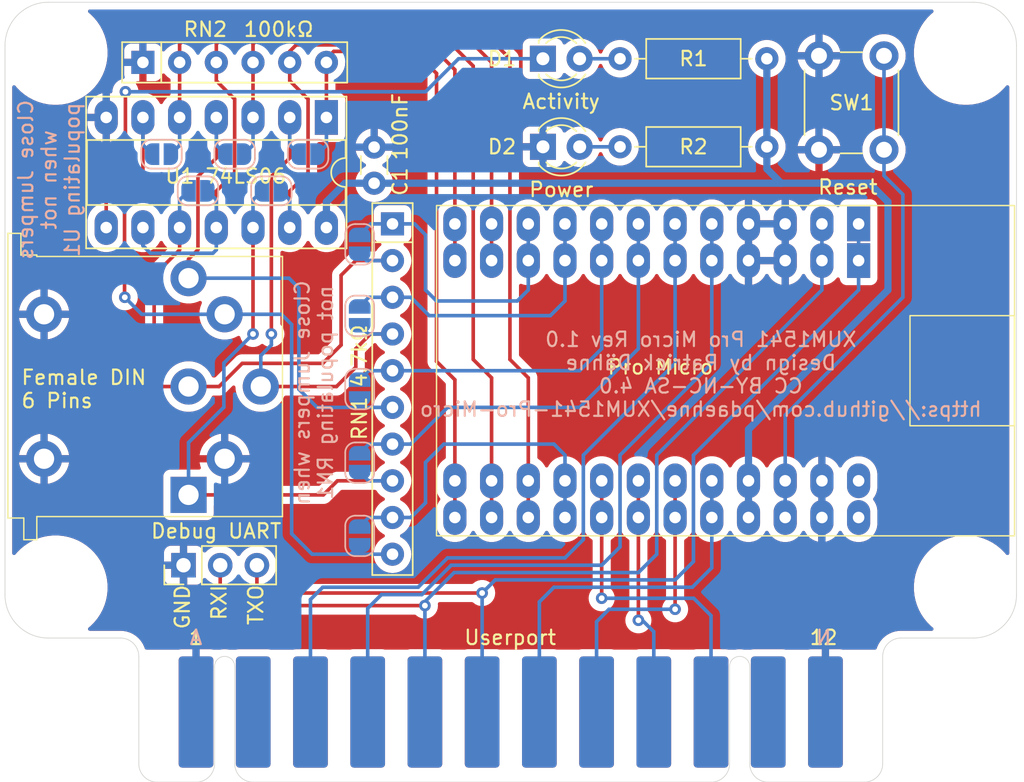
<source format=kicad_pcb>
(kicad_pcb (version 20240108) (generator "pcbnew") (generator_version "8.0")
  (title_block (title "XUM1541 Pro Micro") (date "2024-08-12") (rev "1.0") (company "Patrick Dähne CC BY-NC-SA 4.0"))
  (layers (0 "F.Cu" signal) (31 "B.Cu" signal) (34 "B.Paste" user) (35 "F.Paste" user) (36 "B.SilkS" user "B.Silkscreen") (37 "F.SilkS" user "F.Silkscreen") (38 "B.Mask" user) (39 "F.Mask" user) (44 "Edge.Cuts" user))
  (net 0 "")
  (net 1 "GND")
  (net 2 "VCC")
  (net 3 "/ACT")
  (net 4 "Net-(D1-A)")
  (net 5 "Net-(D2-A)")
  (net 6 "/SRQ")
  (net 7 "/ATN")
  (net 8 "/RESET")
  (net 9 "/DATA")
  (net 10 "/CLK")
  (net 11 "/SRQ_IN")
  (net 12 "/CLK_IN")
  (net 13 "/ATN_IN")
  (net 14 "/RESET_IN")
  (net 15 "/DATA_IN")
  (net 16 "/CLK_OUT")
  (net 17 "/DATA_OUT")
  (net 18 "/ATN_OUT")
  (net 19 "/RESET_OUT")
  (net 20 "/SRQ_OUT")
  (net 21 "/RST")
  (net 22 "/D6")
  (net 23 "/D0")
  (net 24 "/D5")
  (net 25 "/D7")
  (net 26 "/D4")
  (net 27 "/D1")
  (net 29 "/D2")
  (net 30 "/D3")
  (footprint "" (layer "F.Cu") (at 183.372 109.474)
    (property "Reference" "")
    (property "Value" "")
  )
  (footprint "Resistor_THT:R_Array_SIP10" (layer "F.Cu") (at 142.478 83.058 -90)
    (property "Reference" "RN1")
    (property "Value" "4.7kΩ")
  )
  (footprint "" (layer "F.Cu") (at 182.61 74.168)
    (property "Reference" "")
    (property "Value" "")
  )
  (footprint "Resistor_THT:R_Axial_DIN0207_L6.3mm_D2.5mm_P10.16mm_Horizontal" (layer "F.Cu") (at 168.386 77.724 180)
    (property "Reference" "R2")
    (property "Value" "R" (hide yes))
  )
  (footprint "Resistor_THT:R_Axial_DIN0207_L6.3mm_D2.5mm_P10.16mm_Horizontal" (layer "F.Cu") (at 168.386 71.628 180)
    (property "Reference" "R1")
    (property "Value" "R" (hide yes))
  )
  (footprint "Connector_PinHeader_2.54mm:PinHeader_1x03_P2.54mm_Vertical" (layer "F.Cu") (at 128.016 106.68 90)
    (property "Reference" "J3" (hide yes))
    (property "Value" "Debug UART" (hide yes))
  )
  (footprint "Package_DIP:DIP-14_W7.62mm_Socket_LongPads" (layer "F.Cu") (at 137.906 75.692 -90)
    (property "Reference" "U1")
    (property "Value" "74LS06")
  )
  (footprint "LED_THT:LED_D3.0mm" (layer "F.Cu") (at 152.887 71.628)
    (property "Reference" "D1")
    (property "Value" "Activity")
  )
  (footprint "Resistor_THT:R_Array_SIP6" (layer "F.Cu") (at 125.206 71.882)
    (property "Reference" "RN2")
    (property "Value" "100kΩ")
  )
  (footprint "Commodore:C64_Userport_Edge" (layer "F.Cu") (at 128.882 116.84)
    (property "Reference" "J2" (hide yes))
    (property "Value" "C64_Userport" (hide yes))
    (fp_line (start -3.96 -3.15) (end -3.96 3.58) (stroke (width 0.05)) (layer "Edge.Cuts"))
    (fp_line (start -2.69 4.85) (end 0.01 4.85) (stroke (width 0.05)) (layer "Edge.Cuts"))
    (fp_line (start 1.28 -3.15) (end 1.28 3.58) (stroke (width 0.05)) (layer "Edge.Cuts"))
    (fp_line (start 2.68 -3.15) (end 2.68 3.58) (stroke (width 0.05)) (layer "Edge.Cuts"))
    (fp_line (start 3.95 4.85) (end 35.65 4.85) (stroke (width 0.05)) (layer "Edge.Cuts"))
    (fp_line (start 36.92 -3.15) (end 36.92 3.58) (stroke (width 0.05)) (layer "Edge.Cuts"))
    (fp_line (start 38.32 -3.15) (end 38.32 3.58) (stroke (width 0.05)) (layer "Edge.Cuts"))
    (fp_line (start 39.59 4.85) (end 46.25 4.85) (stroke (width 0.05)) (layer "Edge.Cuts"))
    (fp_line (start 47.52 -3.15) (end 47.52 3.58) (stroke (width 0.05)) (layer "Edge.Cuts"))
    (fp_arc (start -2.69 4.85) (mid -3.588026 4.478026) (end -3.96 3.58) (stroke (width 0.05)) (layer "Edge.Cuts"))
    (fp_arc (start 1.28 -3.15) (mid 1.98 -3.85) (end 2.68 -3.15) (stroke (width 0.05)) (layer "Edge.Cuts"))
    (fp_arc (start 1.28 3.58) (mid 0.908026 4.478026) (end 0.01 4.85) (stroke (width 0.05)) (layer "Edge.Cuts"))
    (fp_arc (start 3.95 4.85) (mid 3.051974 4.478026) (end 2.68 3.58) (stroke (width 0.05)) (layer "Edge.Cuts"))
    (fp_arc (start 36.92 -3.15) (mid 37.62 -3.85) (end 38.32 -3.15) (stroke (width 0.05)) (layer "Edge.Cuts"))
    (fp_arc (start 36.92 3.58) (mid 36.548026 4.478026) (end 35.65 4.85) (stroke (width 0.05)) (layer "Edge.Cuts"))
    (fp_arc (start 39.59 4.85) (mid 38.691974 4.478026) (end 38.32 3.58) (stroke (width 0.05)) (layer "Edge.Cuts"))
    (fp_arc (start 47.52 3.58) (mid 47.148026 4.478026) (end 46.25 4.85) (stroke (width 0.05)) (layer "Edge.Cuts"))
  )
  (footprint "Pro_Micro:Pro_Micro" (layer "F.Cu") (at 174.736 83.058 -90)
    (property "Reference" "U2" (hide yes))
    (property "Value" "Pro Micro")
  )
  (footprint "" (layer "F.Cu") (at 120.634 110.236)
    (property "Reference" "")
    (property "Value" "")
  )
  (footprint "LED_THT:LED_D3.0mm" (layer "F.Cu") (at 152.892 77.724)
    (property "Reference" "D2")
    (property "Value" "Power")
  )
  (footprint "Button_Switch_THT:SW_PUSH_6mm" (layer "F.Cu") (at 171.994 77.926 90)
    (property "Reference" "SW1")
    (property "Value" "Reset")
  )
  (footprint "" (layer "F.Cu") (at 119.618 72.136)
    (property "Reference" "")
    (property "Value" "")
  )
  (footprint "Capacitor_THT:C_Disc_D3.0mm_W1.6mm_P2.50mm" (layer "F.Cu") (at 141.208 80.244 90)
    (property "Reference" "C1")
    (property "Value" "100nF")
  )
  (footprint "DIN:DIN-6" (layer "F.Cu") (at 128.364 101.814 -90)
    (property "Reference" "J1" (hide yes))
    (property "Value" "DIN-6" (hide yes))
  )
  (footprint "Jumper:SolderJumper-2_P1.3mm_Open_RoundedPad1.0x1.5mm" (layer "B.Cu") (at 129.017 80.772 180)
    (property "Reference" "JP9" (hide yes))
    (property "Value" "SolderJumper_2_Open" (hide yes))
  )
  (footprint "Jumper:SolderJumper-2_P1.3mm_Open_RoundedPad1.0x1.5mm" (layer "B.Cu") (at 131.557 78.232 180)
    (property "Reference" "JP7" (hide yes))
    (property "Value" "SolderJumper_2_Open" (hide yes))
  )
  (footprint "Jumper:SolderJumper-2_P1.3mm_Open_RoundedPad1.0x1.5mm" (layer "B.Cu") (at 140.208 99.583 -90)
    (property "Reference" "JP4" (hide yes))
    (property "Value" "SolderJumper_2_Open" (hide yes))
  )
  (footprint "Jumper:SolderJumper-2_P1.3mm_Open_RoundedPad1.0x1.5mm" (layer "B.Cu") (at 140.208 94.488 -90)
    (property "Reference" "JP3" (hide yes))
    (property "Value" "SolderJumper_2_Open" (hide yes))
  )
  (footprint "Jumper:SolderJumper-2_P1.3mm_Open_RoundedPad1.0x1.5mm" (layer "B.Cu") (at 140.208 104.65 -90)
    (property "Reference" "JP5" (hide yes))
    (property "Value" "SolderJumper_2_Open" (hide yes))
  )
  (footprint "Jumper:SolderJumper-2_P1.3mm_Open_RoundedPad1.0x1.5mm" (layer "B.Cu") (at 136.637 78.232 180)
    (property "Reference" "JP6" (hide yes))
    (property "Value" "SolderJumper_2_Open" (hide yes))
  )
  (footprint "Jumper:SolderJumper-2_P1.3mm_Open_RoundedPad1.0x1.5mm" (layer "B.Cu") (at 126.492 78.232 180)
    (property "Reference" "JP8" (hide yes))
    (property "Value" "SolderJumper_2_Open" (hide yes))
  )
  (footprint "Jumper:SolderJumper-2_P1.3mm_Open_RoundedPad1.0x1.5mm" (layer "B.Cu") (at 140.208 84.47 -90)
    (property "Reference" "JP1" (hide yes))
    (property "Value" "SolderJumper_2_Open" (hide yes))
  )
  (footprint "Jumper:SolderJumper-2_P1.3mm_Open_RoundedPad1.0x1.5mm" (layer "B.Cu") (at 140.208 89.423 -90)
    (property "Reference" "JP2" (hide yes))
    (property "Value" "SolderJumper_2_Open" (hide yes))
  )
  (footprint "Jumper:SolderJumper-2_P1.3mm_Open_RoundedPad1.0x1.5mm" (layer "B.Cu") (at 134.097 80.772 180)
    (property "Reference" "JP10" (hide yes))
    (property "Value" "SolderJumper_2_Open" (hide yes))
  )
  (gr_arc (start 118.662 111.72) (mid 116.54068 110.84132) (end 115.662 108.72) (stroke (width 0.05)) (layer "Edge.Cuts"))
  (gr_arc (start 182.662 67.72) (mid 184.78332 68.59868) (end 185.662 70.72) (stroke (width 0.05)) (layer "Edge.Cuts"))
  (gr_arc (start 115.662 70.72) (mid 116.54068 68.59868) (end 118.662 67.72) (stroke (width 0.05)) (layer "Edge.Cuts"))
  (gr_arc (start 123.652 111.72) (mid 124.550026 112.091974) (end 124.922 112.99) (stroke (width 0.05)) (layer "Edge.Cuts"))
  (gr_arc (start 185.662 108.72) (mid 184.78332 110.84132) (end 182.662 111.72) (stroke (width 0.05)) (layer "Edge.Cuts"))
  (gr_line (start 176.402 113.69) (end 176.402 112.99) (stroke (width 0.05)) (layer "Edge.Cuts"))
  (gr_line (start 182.662 67.72) (end 118.662 67.72) (stroke (width 0.05)) (layer "Edge.Cuts"))
  (gr_arc (start 176.402 112.99) (mid 176.773974 112.091974) (end 177.672 111.72) (stroke (width 0.05)) (layer "Edge.Cuts"))
  (gr_line (start 124.922 113.69) (end 124.922 112.99) (stroke (width 0.05)) (layer "Edge.Cuts"))
  (gr_line (start 118.662 111.72) (end 123.652 111.72) (stroke (width 0.05)) (layer "Edge.Cuts"))
  (gr_line (start 185.662 70.72) (end 185.662 108.72) (stroke (width 0.05)) (layer "Edge.Cuts"))
  (gr_line (start 177.672 111.72) (end 182.662 111.72) (stroke (width 0.05)) (layer "Edge.Cuts"))
  (gr_line (start 115.662 108.72) (end 115.662 70.72) (stroke (width 0.05)) (layer "Edge.Cuts"))
  (gr_text "Close Jumpers when\nnot populating RN1" (at 138.43 94.742 90) (layer "B.SilkS") (effects (font (size 1 1)) (justify bottom mirror)))
  (gr_text "XUM1541 Pro Micro Rev 1.0\nDesign by Patrick Dähne\nCC BY-NC-SA 4.0\nhttps://github.com/pdaehne/XUM1541-Pro-Micro" (at 163.814 93.472 0) (layer "B.SilkS") (effects (font (size 1 1)) (justify mirror)))
  (gr_text "Close Jumpers\nwhen not\npopulating U1" (at 120.904 80.01 90) (layer "B.SilkS") (effects (font (size 1 1)) (justify bottom mirror)))
  (gr_text "TXO" (at 133.604 107.95 90) (layer "F.SilkS") (effects (font (size 1 1)) (justify right bottom)))
  (gr_text "Female DIN\n6 Pins" (at 116.713 94.488 0) (layer "F.SilkS") (effects (font (size 1 1)) (justify left)))
  (gr_text "Userport" (at 150.622 112.268 0) (layer "F.SilkS") (effects (font (size 1 1)) (justify bottom)))
  (gr_text "RXI" (at 131.064 107.95 90) (layer "F.SilkS") (effects (font (size 1 1)) (justify right bottom)))
  (gr_text "GND" (at 128.524 107.95 90) (layer "F.SilkS") (effects (font (size 1 1)) (justify right bottom)))
  (gr_text "Debug UART" (at 134.874 104.902 0) (layer "F.SilkS") (effects (font (size 1 1)) (justify right bottom)))
  (segment (start 172.196 109.458) (end 172.442 109.704) (width 0.5) (layer "F.Cu") (net 1))
  (segment (start 172.196 104.14) (end 172.172 104.164) (width 0.5) (layer "F.Cu") (net 1))
  (segment (start 172.172 103.402) (end 172.196 103.378) (width 0.5) (layer "F.Cu") (net 1))
  (segment (start 128.016 109.474) (end 128.016 106.68) (width 0.5) (layer "F.Cu") (net 1))
  (segment (start 172.442 109.704) (end 172.442 116.84) (width 0.5) (layer "F.Cu") (net 1))
  (segment (start 128.882 116.84) (end 128.882 110.34) (width 0.5) (layer "F.Cu") (net 1))
  (segment (start 128.882 110.34) (end 128.016 109.474) (width 0.5) (layer "F.Cu") (net 1))
  (segment (start 172.196 103.378) (end 172.196 104.14) (width 0.5) (layer "F.Cu") (net 1))
  (segment (start 172.196 103.378) (end 172.196 103.632) (width 0.5) (layer "F.Cu") (net 1))
  (segment (start 172.196 103.632) (end 172.172 103.656) (width 0.5) (layer "F.Cu") (net 1))
  (segment (start 172.196 103.378) (end 172.196 109.458) (width 0.5) (layer "F.Cu") (net 1))
  (segment (start 128.882 116.84) (end 128.882 110.34) (width 0.5) (layer "B.Cu") (net 1))
  (segment (start 128.882 110.34) (end 128.016 109.474) (width 0.5) (layer "B.Cu") (net 1))
  (segment (start 172.196 109.458) (end 172.442 109.704) (width 0.5) (layer "B.Cu") (net 1))
  (segment (start 128.016 109.474) (end 128.016 106.68) (width 0.5) (layer "B.Cu") (net 1))
  (segment (start 172.442 109.704) (end 172.442 116.84) (width 0.5) (layer "B.Cu") (net 1))
  (segment (start 172.196 103.378) (end 172.196 109.458) (width 0.5) (layer "B.Cu") (net 1))
  (segment (start 167.116 82.042) (end 167.116 83.058) (width 0.5) (layer "B.Cu") (net 1))
  (segment (start 172.172 103.402) (end 172.196 103.378) (width 0.5) (layer "B.Cu") (net 1))
  (segment (start 176.768 87.63) (end 167.116 97.282) (width 0.5) (layer "B.Cu") (net 2))
  (segment (start 168.386 77.724) (end 168.386 79.248) (width 0.5) (layer "B.Cu") (net 2))
  (segment (start 137.906 81.534) (end 137.906 83.312) (width 0.5) (layer "B.Cu") (net 2))
  (segment (start 176.768 81.534) (end 175.478 80.244) (width 0.5) (layer "B.Cu") (net 2))
  (segment (start 167.116 100.838) (end 167.116 103.378) (width 0.5) (layer "B.Cu") (net 2))
  (segment (start 167.116 97.282) (end 167.116 100.838) (width 0.5) (layer "B.Cu") (net 2))
  (segment (start 141.208 80.244) (end 139.196 80.244) (width 0.5) (layer "B.Cu") (net 2))
  (segment (start 168.386 79.248) (end 169.382 80.244) (width 0.5) (layer "B.Cu") (net 2))
  (segment (start 169.382 80.244) (end 141.208 80.244) (width 0.5) (layer "B.Cu") (net 2))
  (segment (start 176.768 81.534) (end 176.768 87.63) (width 0.5) (layer "B.Cu") (net 2))
  (segment (start 168.386 71.628) (end 168.386 77.724) (width 0.5) (layer "B.Cu") (net 2))
  (segment (start 175.478 80.244) (end 169.382 80.244) (width 0.5) (layer "B.Cu") (net 2))
  (segment (start 139.196 80.244) (end 137.906 81.534) (width 0.5) (layer "B.Cu") (net 2))
  (segment (start 122.666 79.772) (end 122.666 83.312) (width 0.25) (layer "F.Cu") (net 3))
  (segment (start 123.996 73.914) (end 123.996 78.442) (width 0.25) (layer "F.Cu") (net 3))
  (segment (start 123.996 78.442) (end 122.666 79.772) (width 0.25) (layer "F.Cu") (net 3))
  (via (at 123.996 73.914) (size 0.8) (drill 0.4) (layers "F.Cu" "B.Cu") (net 3))
  (segment (start 123.996 73.914) (end 144.764 73.914) (width 0.25) (layer "B.Cu") (net 3))
  (segment (start 144.764 73.914) (end 147.05 71.628) (width 0.25) (layer "B.Cu") (net 3))
  (segment (start 147.05 71.628) (end 152.887 71.628) (width 0.25) (layer "B.Cu") (net 3))
  (segment (start 155.427 71.628) (end 158.226 71.628) (width 0.25) (layer "B.Cu") (net 4))
  (segment (start 155.432 77.724) (end 158.226 77.724) (width 0.25) (layer "B.Cu") (net 5))
  (segment (start 142.478 100.838) (end 138.668 100.838) (width 0.25) (layer "F.Cu") (net 6))
  (segment (start 132.826 83.312) (end 132.826 90.678) (width 0.25) (layer "F.Cu") (net 6))
  (segment (start 132.831 90.673) (end 132.826 90.678) (width 0.25) (layer "F.Cu") (net 6))
  (segment (start 138.668 100.838) (end 137.692 101.814) (width 0.25) (layer "F.Cu") (net 6))
  (segment (start 137.692 101.814) (end 128.364 101.814) (width 0.25) (layer "F.Cu") (net 6))
  (via (at 132.826 90.678) (size 0.8) (drill 0.4) (layers "F.Cu" "B.Cu") (net 6))
  (segment (start 128.364 98.188) (end 128.364 101.814) (width 0.25) (layer "B.Cu") (net 6))
  (segment (start 132.826 81.393) (end 133.447 80.772) (width 0.25) (layer "B.Cu") (net 6))
  (segment (start 140.813 100.838) (end 140.208 100.233) (width 0.25) (layer "B.Cu") (net 6))
  (segment (start 132.826 90.678) (end 130.81 92.694) (width 0.25) (layer "B.Cu") (net 6))
  (segment (start 130.81 95.742) (end 128.364 98.188) (width 0.25) (layer "B.Cu") (net 6))
  (segment (start 132.826 83.312) (end 132.826 81.393) (width 0.25) (layer "B.Cu") (net 6))
  (segment (start 130.81 92.694) (end 130.81 95.742) (width 0.25) (layer "B.Cu") (net 6))
  (segment (start 142.478 100.838) (end 140.813 100.838) (width 0.25) (layer "B.Cu") (net 6))
  (segment (start 126.572 94.314) (end 128.364 94.314) (width 0.25) (layer "F.Cu") (net 7))
  (segment (start 127.746 84.852) (end 125.984 86.614) (width 0.25) (layer "F.Cu") (net 7))
  (segment (start 132.08 92.71) (end 137.652 92.71) (width 0.25) (layer "F.Cu") (net 7))
  (segment (start 138.922 91.44) (end 138.922 86.614) (width 0.25) (layer "F.Cu") (net 7))
  (segment (start 128.364 94.314) (end 130.476 94.314) (width 0.25) (layer "F.Cu") (net 7))
  (segment (start 127.746 83.312) (end 127.746 84.852) (width 0.25) (layer "F.Cu") (net 7))
  (segment (start 130.476 94.314) (end 132.08 92.71) (width 0.25) (layer "F.Cu") (net 7))
  (segment (start 138.922 86.614) (end 139.938 85.598) (width 0.25) (layer "F.Cu") (net 7))
  (segment (start 125.984 93.726) (end 126.572 94.314) (width 0.25) (layer "F.Cu") (net 7))
  (segment (start 139.938 85.598) (end 142.478 85.598) (width 0.25) (layer "F.Cu") (net 7))
  (segment (start 137.652 92.71) (end 138.922 91.44) (width 0.25) (layer "F.Cu") (net 7))
  (segment (start 125.984 86.614) (end 125.984 93.726) (width 0.25) (layer "F.Cu") (net 7))
  (segment (start 142.478 85.598) (end 140.686 85.598) (width 0.25) (layer "B.Cu") (net 7))
  (segment (start 140.686 85.598) (end 140.208 85.12) (width 0.25) (layer "B.Cu") (net 7))
  (segment (start 127.746 81.393) (end 128.367 80.772) (width 0.25) (layer "B.Cu") (net 7))
  (segment (start 127.746 83.312) (end 127.746 81.393) (width 0.25) (layer "B.Cu") (net 7))
  (segment (start 134.096 79.772) (end 134.096 90.678) (width 0.25) (layer "F.Cu") (net 8))
  (segment (start 138.604 94.314) (end 139.938 92.98) (width 0.25) (layer "F.Cu") (net 8))
  (segment (start 139.938 91.694) (end 140.954 90.678) (width 0.25) (layer "F.Cu") (net 8))
  (segment (start 135.366 78.502) (end 134.096 79.772) (width 0.25) (layer "F.Cu") (net 8))
  (segment (start 135.366 75.692) (end 135.366 78.502) (width 0.25) (layer "F.Cu") (net 8))
  (segment (start 139.938 92.98) (end 139.938 91.694) (width 0.25) (layer "F.Cu") (net 8))
  (segment (start 140.954 90.678) (end 142.478 90.678) (width 0.25) (layer "F.Cu") (net 8))
  (segment (start 133.364 94.314) (end 138.604 94.314) (width 0.25) (layer "F.Cu") (net 8))
  (via (at 134.096 90.678) (size 0.8) (drill 0.4) (layers "F.Cu" "B.Cu") (net 8))
  (segment (start 133.364 94.314) (end 133.364 92.172) (width 0.25) (layer "B.Cu") (net 8))
  (segment (start 135.366 75.692) (end 135.366 77.611) (width 0.25) (layer "B.Cu") (net 8))
  (segment (start 135.366 77.611) (end 135.987 78.232) (width 0.25) (layer "B.Cu") (net 8))
  (segment (start 134.096 90.678) (end 134.096 91.44) (width 0.25) (layer "B.Cu") (net 8))
  (segment (start 133.364 92.172) (end 134.096 91.44) (width 0.25) (layer "B.Cu") (net 8))
  (segment (start 140.813 90.678) (end 140.208 90.073) (width 0.25) (layer "B.Cu") (net 8))
  (segment (start 142.478 90.678) (end 140.813 90.678) (width 0.25) (layer "B.Cu") (net 8))
  (segment (start 129.016 79.772) (end 129.016 84.844) (width 0.25) (layer "F.Cu") (net 9))
  (segment (start 128.364 85.496) (end 128.364 86.814) (width 0.25) (layer "F.Cu") (net 9))
  (segment (start 130.286 78.502) (end 129.016 79.772) (width 0.25) (layer "F.Cu") (net 9))
  (segment (start 129.016 84.844) (end 128.364 85.496) (width 0.25) (layer "F.Cu") (net 9))
  (segment (start 130.286 75.692) (end 130.286 78.502) (width 0.25) (layer "F.Cu") (net 9))
  (segment (start 128.364 86.814) (end 135.314 86.814) (width 0.25) (layer "B.Cu") (net 9))
  (segment (start 136 87.5) (end 136 94.5) (width 0.25) (layer "B.Cu") (net 9))
  (segment (start 130.286 75.692) (end 130.286 77.611) (width 0.25) (layer "B.Cu") (net 9))
  (segment (start 130.286 77.611) (end 130.907 78.232) (width 0.25) (layer "B.Cu") (net 9))
  (segment (start 140 95) (end 140 95.258) (width 0.25) (layer "B.Cu") (net 9))
  (segment (start 136 94.5) (end 137.258 95.758) (width 0.25) (layer "B.Cu") (net 9))
  (segment (start 135.314 86.814) (end 136 87.5) (width 0.25) (layer "B.Cu") (net 9))
  (segment (start 142.478 95.758) (end 137.258 95.758) (width 0.25) (layer "B.Cu") (net 9))
  (segment (start 123.936 88.122) (end 123.952 88.138) (width 0.25) (layer "F.Cu") (net 10))
  (segment (start 123.936 80.788) (end 123.936 88.122) (width 0.25) (layer "F.Cu") (net 10))
  (segment (start 125.206 79.518) (end 123.936 80.788) (width 0.25) (layer "F.Cu") (net 10))
  (segment (start 125.206 75.692) (end 125.206 79.518) (width 0.25) (layer "F.Cu") (net 10))
  (via (at 123.952 88.138) (size 0.8) (drill 0.4) (layers "F.Cu" "B.Cu") (net 10))
  (segment (start 142.478 105.918) (end 139.59 105.918) (width 0.25) (layer "B.Cu") (net 10))
  (segment (start 125.206 75.692) (end 125.206 77.596) (width 0.25) (layer "B.Cu") (net 10))
  (segment (start 130.864 89.314) (end 134.793 89.314) (width 0.25) (layer "B.Cu") (net 10))
  (segment (start 134.793 89.314) (end 135.5 90.021) (width 0.25) (layer "B.Cu") (net 10))
  (segment (start 136.918 105.918) (end 139.573 105.918) (width 0.25) (layer "B.Cu") (net 10))
  (segment (start 139.59 105.918) (end 139.573 105.918) (width 0.25) (layer "B.Cu") (net 10))
  (segment (start 140.208 105.3) (end 139.59 105.918) (width 0.25) (layer "B.Cu") (net 10))
  (segment (start 125.206 77.596) (end 125.842 78.232) (width 0.25) (layer "B.Cu") (net 10))
  (segment (start 135.5 90.021) (end 135.5 104.5) (width 0.25) (layer "B.Cu") (net 10))
  (segment (start 123.952 88.138) (end 125.128 89.314) (width 0.25) (layer "B.Cu") (net 10))
  (segment (start 125.128 89.314) (end 130.864 89.314) (width 0.25) (layer "B.Cu") (net 10))
  (segment (start 135.5 104.5) (end 136.918 105.918) (width 0.25) (layer "B.Cu") (net 10))
  (segment (start 143.748 98.298) (end 146.288 95.758) (width 0.25) (layer "B.Cu") (net 11))
  (segment (start 142.478 98.298) (end 143.748 98.298) (width 0.25) (layer "B.Cu") (net 11))
  (segment (start 140.843 98.298) (end 140.208 98.933) (width 0.25) (layer "B.Cu") (net 11))
  (segment (start 146.288 95.758) (end 155.432 95.758) (width 0.25) (layer "B.Cu") (net 11))
  (segment (start 142.478 98.298) (end 140.843 98.298) (width 0.25) (layer "B.Cu") (net 11))
  (segment (start 159.496 83.058) (end 159.496 85.598) (width 0.25) (layer "B.Cu") (net 11))
  (segment (start 155.432 95.758) (end 159.496 91.694) (width 0.25) (layer "B.Cu") (net 11))
  (segment (start 159.496 91.694) (end 159.496 85.598) (width 0.25) (layer "B.Cu") (net 11))
  (segment (start 154.162 101.6) (end 154.162 99.822) (width 0.25) (layer "B.Cu") (net 12))
  (segment (start 146.034 98.298) (end 153.654 98.298) (width 0.25) (layer "B.Cu") (net 12))
  (segment (start 143.748 103.378) (end 144.764 102.362) (width 0.25) (layer "B.Cu") (net 12))
  (segment (start 153.654 98.298) (end 154.416 99.06) (width 0.25) (layer "B.Cu") (net 12))
  (segment (start 140.83 103.378) (end 140.208 104) (width 0.25) (layer "B.Cu") (net 12))
  (segment (start 142.478 103.378) (end 143.748 103.378) (width 0.25) (layer "B.Cu") (net 12))
  (segment (start 154.416 99.06) (end 154.416 100.838) (width 0.25) (layer "B.Cu") (net 12))
  (segment (start 154.416 100.838) (end 154.416 103.378) (width 0.25) (layer "B.Cu") (net 12))
  (segment (start 144.764 102.362) (end 144.764 99.568) (width 0.25) (layer "B.Cu") (net 12))
  (segment (start 142.478 103.378) (end 140.83 103.378) (width 0.25) (layer "B.Cu") (net 12))
  (segment (start 144.764 99.568) (end 146.034 98.298) (width 0.25) (layer "B.Cu") (net 12))
  (segment (start 140.97 83.058) (end 140.208 83.82) (width 0.25) (layer "B.Cu") (net 13))
  (segment (start 142.478 83.058) (end 144.002 83.058) (width 0.25) (layer "B.Cu") (net 13))
  (segment (start 142.478 83.058) (end 140.97 83.058) (width 0.25) (layer "B.Cu") (net 13))
  (segment (start 151.114 88.392) (end 151.876 87.63) (width 0.25) (layer "B.Cu") (net 13))
  (segment (start 145.526 88.392) (end 151.114 88.392) (width 0.25) (layer "B.Cu") (net 13))
  (segment (start 151.876 83.058) (end 151.876 85.598) (width 0.25) (layer "B.Cu") (net 13))
  (segment (start 144.764 83.82) (end 144.764 87.63) (width 0.25) (layer "B.Cu") (net 13))
  (segment (start 144.764 87.63) (end 145.526 88.392) (width 0.25) (layer "B.Cu") (net 13))
  (segment (start 151.876 87.63) (end 151.876 85.598) (width 0.25) (layer "B.Cu") (net 13))
  (segment (start 144.002 83.058) (end 144.764 83.82) (width 0.25) (layer "B.Cu") (net 13))
  (segment (start 145.018 89.408) (end 153.4 89.408) (width 0.25) (layer "B.Cu") (net 14))
  (segment (start 140.843 88.138) (end 140.208 88.773) (width 0.25) (layer "B.Cu") (net 14))
  (segment (start 153.4 89.408) (end 154.416 88.392) (width 0.25) (layer "B.Cu") (net 14))
  (segment (start 143.748 88.138) (end 145.018 89.408) (width 0.25) (layer "B.Cu") (net 14))
  (segment (start 142.478 88.138) (end 140.843 88.138) (width 0.25) (layer "B.Cu") (net 14))
  (segment (start 154.416 83.058) (end 154.416 85.598) (width 0.25) (layer "B.Cu") (net 14))
  (segment (start 154.416 88.392) (end 154.416 85.598) (width 0.25) (layer "B.Cu") (net 14))
  (segment (start 142.478 88.138) (end 143.748 88.138) (width 0.25) (layer "B.Cu") (net 14))
  (segment (start 156.956 91.694) (end 156.956 85.598) (width 0.25) (layer "B.Cu") (net 15))
  (segment (start 140.828 93.218) (end 142.478 93.218) (width 0.25) (layer "B.Cu") (net 15))
  (segment (start 156.956 83.058) (end 156.956 85.598) (width 0.25) (layer "B.Cu") (net 15))
  (segment (start 142.478 93.218) (end 155.432 93.218) (width 0.25) (layer "B.Cu") (net 15))
  (segment (start 155.432 93.218) (end 156.956 91.694) (width 0.25) (layer "B.Cu") (net 15))
  (segment (start 140.208 93.838) (end 140.828 93.218) (width 0.25) (layer "B.Cu") (net 15))
  (segment (start 150.606 71.628) (end 150.606 92.44) (width 0.25) (layer "F.Cu") (net 16))
  (segment (start 127.746 75.692) (end 127.746 71.882) (width 0.25) (layer "F.Cu") (net 16))
  (segment (start 127.746 70.612) (end 129.038 69.32) (width 0.25) (layer "F.Cu") (net 16))
  (segment (start 127.746 71.882) (end 127.746 70.612) (width 0.25) (layer "F.Cu") (net 16))
  (segment (start 151.876 93.71) (end 151.876 100.838) (width 0.25) (layer "F.Cu") (net 16))
  (segment (start 129.038 69.32) (end 148.298 69.32) (width 0.25) (layer "F.Cu") (net 16))
  (segment (start 148.298 69.32) (end 150.606 71.628) (width 0.25) (layer "F.Cu") (net 16))
  (segment (start 150.606 92.44) (end 151.876 93.71) (width 0.25) (layer "F.Cu") (net 16))
  (segment (start 151.876 100.838) (end 151.876 103.378) (width 0.25) (layer "F.Cu") (net 16))
  (segment (start 127.746 77.628) (end 127.142 78.232) (width 0.25) (layer "B.Cu") (net 16))
  (segment (start 127.746 75.692) (end 127.746 77.628) (width 0.25) (layer "B.Cu") (net 16))
  (segment (start 132.826 71.882) (end 132.826 70.612) (width 0.25) (layer "F.Cu") (net 17))
  (segment (start 132.826 75.692) (end 132.826 71.882) (width 0.25) (layer "F.Cu") (net 17))
  (segment (start 149.336 100.838) (end 149.336 103.378) (width 0.25) (layer "F.Cu") (net 17))
  (segment (start 132.826 70.612) (end 133.218 70.22) (width 0.25) (layer "F.Cu") (net 17))
  (segment (start 133.218 70.22) (end 146.15 70.22) (width 0.25) (layer "F.Cu") (net 17))
  (segment (start 148.066 72.136) (end 148.066 92.44) (width 0.25) (layer "F.Cu") (net 17))
  (segment (start 149.336 93.71) (end 149.336 100.838) (width 0.25) (layer "F.Cu") (net 17))
  (segment (start 146.15 70.22) (end 148.066 72.136) (width 0.25) (layer "F.Cu") (net 17))
  (segment (start 148.066 92.44) (end 149.336 93.71) (width 0.25) (layer "F.Cu") (net 17))
  (segment (start 132.826 75.692) (end 132.826 77.613) (width 0.25) (layer "B.Cu") (net 17))
  (segment (start 132.826 77.613) (end 132.207 78.232) (width 0.25) (layer "B.Cu") (net 17))
  (segment (start 149.04 86.38) (end 149.082 86.422) (width 0.25) (layer "F.Cu") (net 18))
  (segment (start 130.286 70.612) (end 130.286 71.882) (width 0.25) (layer "F.Cu") (net 18))
  (segment (start 131.556 74.422) (end 131.556 79.518) (width 0.25) (layer "F.Cu") (net 18))
  (segment (start 130.286 71.882) (end 130.286 73.152) (width 0.25) (layer "F.Cu") (net 18))
  (segment (start 130.286 80.788) (end 130.286 83.312) (width 0.25) (layer "F.Cu") (net 18))
  (segment (start 131.556 79.518) (end 130.286 80.788) (width 0.25) (layer "F.Cu") (net 18))
  (segment (start 149.336 85.598) (end 149.336 83.058) (width 0.25) (layer "F.Cu") (net 18))
  (segment (start 147.224 69.77) (end 131.128 69.77) (width 0.25) (layer "F.Cu") (net 18))
  (segment (start 149.336 71.882) (end 147.224 69.77) (width 0.25) (layer "F.Cu") (net 18))
  (segment (start 130.286 73.152) (end 131.556 74.422) (width 0.25) (layer "F.Cu") (net 18))
  (segment (start 149.336 83.058) (end 149.336 71.882) (width 0.25) (layer "F.Cu") (net 18))
  (segment (start 131.128 69.77) (end 130.286 70.612) (width 0.25) (layer "F.Cu") (net 18))
  (segment (start 130.286 83.312) (end 130.286 84.852) (width 0.25) (layer "B.Cu") (net 18))
  (segment (start 130.286 84.852) (end 130.048 85.09) (width 0.25) (layer "B.Cu") (net 18))
  (segment (start 130.286 81.391) (end 129.667 80.772) (width 0.25) (layer "B.Cu") (net 18))
  (segment (start 130.286 82.052) (end 130.291 82.047) (width 0.25) (layer "B.Cu") (net 18))
  (segment (start 130.286 83.312) (end 130.286 81.391) (width 0.25) (layer "B.Cu") (net 18))
  (segment (start 130.048 85.09) (end 125.73 85.09) (width 0.25) (layer "B.Cu") (net 18))
  (segment (start 125.73 85.09) (end 125.206 84.566) (width 0.25) (layer "B.Cu") (net 18))
  (segment (start 125.206 84.566) (end 125.206 83.312) (width 0.25) (layer "B.Cu") (net 18))
  (segment (start 138.414 71.12) (end 144.002 71.12) (width 0.25) (layer "F.Cu") (net 19))
  (segment (start 145.526 72.644) (end 145.526 92.575) (width 0.25) (layer "F.Cu") (net 19))
  (segment (start 146.796 93.845) (end 146.796 100.838) (width 0.25) (layer "F.Cu") (net 19))
  (segment (start 146.796 100.838) (end 146.796 103.378) (width 0.25) (layer "F.Cu") (net 19))
  (segment (start 145.526 92.575) (end 146.796 93.845) (width 0.25) (layer "F.Cu") (net 19))
  (segment (start 137.906 71.628) (end 138.414 71.12) (width 0.25) (layer "F.Cu") (net 19))
  (segment (start 144.002 71.12) (end 145.526 72.644) (width 0.25) (layer "F.Cu") (net 19))
  (segment (start 137.906 71.882) (end 137.906 75.692) (width 0.25) (layer "F.Cu") (net 19))
  (segment (start 137.906 77.613) (end 137.287 78.232) (width 0.25) (layer "B.Cu") (net 19))
  (segment (start 137.906 75.692) (end 137.906 77.613) (width 0.25) (layer "B.Cu") (net 19))
  (segment (start 135.366 71.882) (end 135.366 73.152) (width 0.25) (layer "F.Cu") (net 20))
  (segment (start 135.366 80.788) (end 135.366 83.312) (width 0.25) (layer "F.Cu") (net 20))
  (segment (start 135.366 71.12) (end 135.366 71.882) (width 0.25) (layer "F.Cu") (net 20))
  (segment (start 135.816 70.67) (end 135.366 71.12) (width 0.25) (layer "F.Cu") (net 20))
  (segment (start 146.796 72.39) (end 145.076 70.67) (width 0.25) (layer "F.Cu") (net 20))
  (segment (start 146.796 85.598) (end 146.796 83.058) (width 0.25) (layer "F.Cu") (net 20))
  (segment (start 135.366 73.152) (end 136.636 74.422) (width 0.25) (layer "F.Cu") (net 20))
  (segment (start 146.796 83.058) (end 146.796 72.39) (width 0.25) (layer "F.Cu") (net 20))
  (segment (start 145.076 70.67) (end 135.816 70.67) (width 0.25) (layer "F.Cu") (net 20))
  (segment (start 136.636 74.422) (end 136.636 79.518) (width 0.25) (layer "F.Cu") (net 20))
  (segment (start 136.636 79.518) (end 135.366 80.788) (width 0.25) (layer "F.Cu") (net 20))
  (segment (start 135.366 83.312) (end 135.366 81.391) (width 0.25) (layer "B.Cu") (net 20))
  (segment (start 135.366 81.391) (end 134.747 80.772) (width 0.25) (layer "B.Cu") (net 20))
  (segment (start 177.8 81.026) (end 177.8 88.138) (width 0.25) (layer "B.Cu") (net 21))
  (segment (start 177.8 88.138) (end 169.656 96.282) (width 0.25) (layer "B.Cu") (net 21))
  (segment (start 176.494 77.926) (end 176.494 79.72) (width 0.25) (layer "B.Cu") (net 21))
  (segment (start 169.656 96.282) (end 169.656 100.838) (width 0.25) (layer "B.Cu") (net 21))
  (segment (start 176.494 79.72) (end 177.8 81.026) (width 0.25) (layer "B.Cu") (net 21))
  (segment (start 169.656 100.838) (end 169.656 103.378) (width 0.25) (layer "B.Cu") (net 21))
  (segment (start 169.402 101.6) (end 169.402 99.822) (width 0.25) (layer "B.Cu") (net 21))
  (segment (start 176.494 71.426) (end 176.494 77.926) (width 0.25) (layer "B.Cu") (net 21))
  (segment (start 159.496 100.838) (end 159.496 103.378) (width 0.25) (layer "F.Cu") (net 22))
  (segment (start 159.496 103.378) (end 159.496 110.49) (width 0.25) (layer "F.Cu") (net 22))
  (via (at 159.496 110.49) (size 0.8) (drill 0.4) (layers "F.Cu" "B.Cu") (net 22))
  (segment (start 160.562 111.286) (end 159.766 110.49) (width 0.25) (layer "B.Cu") (net 22))
  (segment (start 159.766 110.49) (end 159.496 110.49) (width 0.25) (layer "B.Cu") (net 22))
  (segment (start 160.562 111.286) (end 160.562 116.84) (width 0.25) (layer "B.Cu") (net 22))
  (segment (start 162.036 92.71) (end 162.036 85.598) (width 0.25) (layer "B.Cu") (net 23))
  (segment (start 136.802 116.84) (end 136.802 109.054) (width 0.25) (layer "B.Cu") (net 23))
  (segment (start 144.256 108.204) (end 146.288 106.172) (width 0.25) (layer "B.Cu") (net 23))
  (segment (start 154.416 106.172) (end 155.686 104.902) (width 0.25) (layer "B.Cu") (net 23))
  (segment (start 137.652 108.204) (end 144.256 108.204) (width 0.25) (layer "B.Cu") (net 23))
  (segment (start 136.802 109.054) (end 137.652 108.204) (width 0.25) (layer "B.Cu") (net 23))
  (segment (start 162.036 83.058) (end 162.036 85.598) (width 0.25) (layer "B.Cu") (net 23))
  (segment (start 155.686 99.06) (end 162.036 92.71) (width 0.25) (layer "B.Cu") (net 23))
  (segment (start 155.686 104.902) (end 155.686 99.06) (width 0.25) (layer "B.Cu") (net 23))
  (segment (start 146.288 106.172) (end 154.416 106.172) (width 0.25) (layer "B.Cu") (net 23))
  (segment (start 162.036 103.378) (end 162.036 109.728) (width 0.25) (layer "F.Cu") (net 24))
  (segment (start 162.036 100.838) (end 162.036 103.378) (width 0.25) (layer "F.Cu") (net 24))
  (via (at 162.036 109.728) (size 0.8) (drill 0.4) (layers "F.Cu" "B.Cu") (net 24))
  (segment (start 156.602 110.59) (end 157.464 109.728) (width 0.25) (layer "B.Cu") (net 24))
  (segment (start 157.464 109.728) (end 162.036 109.728) (width 0.25) (layer "B.Cu") (net 24))
  (segment (start 156.602 116.84) (end 156.602 110.59) (width 0.25) (layer "B.Cu") (net 24))
  (segment (start 156.956 100.838) (end 156.956 103.378) (width 0.25) (layer "F.Cu") (net 25))
  (segment (start 156.956 103.378) (end 156.956 108.966) (width 0.25) (layer "F.Cu") (net 25))
  (via (at 156.956 108.966) (size 0.8) (drill 0.4) (layers "F.Cu" "B.Cu") (net 25))
  (segment (start 163.322 108.966) (end 156.956 108.966) (width 0.25) (layer "B.Cu") (net 25))
  (segment (start 164.522 116.84) (end 164.522 110.166) (width 0.25) (layer "B.Cu") (net 25))
  (segment (start 164.522 110.166) (end 163.322 108.966) (width 0.25) (layer "B.Cu") (net 25))
  (segment (start 152.642 109.216) (end 153.654 108.204) (width 0.25) (layer "B.Cu") (net 26))
  (segment (start 153.654 108.204) (end 163.226 108.204) (width 0.25) (layer "B.Cu") (net 26))
  (segment (start 163.226 108.204) (end 164.576 106.854) (width 0.25) (layer "B.Cu") (net 26))
  (segment (start 152.642 116.84) (end 152.642 109.216) (width 0.25) (layer "B.Cu") (net 26))
  (segment (start 164.576 106.854) (end 164.576 103.378) (width 0.25) (layer "B.Cu") (net 26))
  (segment (start 164.576 100.838) (end 164.576 103.378) (width 0.25) (layer "B.Cu") (net 26))
  (segment (start 164.576 83.058) (end 164.576 85.598) (width 0.25) (layer "B.Cu") (net 27))
  (segment (start 158.226 105.41) (end 158.226 99.06) (width 0.25) (layer "B.Cu") (net 27))
  (segment (start 156.956 106.68) (end 158.226 105.41) (width 0.25) (layer "B.Cu") (net 27))
  (segment (start 164.576 92.71) (end 164.576 85.598) (width 0.25) (layer "B.Cu") (net 27))
  (segment (start 140.762 109.666) (end 141.716 108.712) (width 0.25) (layer "B.Cu") (net 27))
  (segment (start 141.716 108.712) (end 144.51 108.712) (width 0.25) (layer "B.Cu") (net 27))
  (segment (start 144.51 108.712) (end 146.542 106.68) (width 0.25) (layer "B.Cu") (net 27))
  (segment (start 140.762 116.84) (end 140.762 109.666) (width 0.25) (layer "B.Cu") (net 27))
  (segment (start 158.226 99.06) (end 164.576 92.71) (width 0.25) (layer "B.Cu") (net 27))
  (segment (start 146.542 106.68) (end 156.956 106.68) (width 0.25) (layer "B.Cu") (net 27))
  (segment (start 130.556 108.458) (end 130.556 106.68) (width 0.25) (layer "F.Cu") (net 29))
  (segment (start 131.572 109.474) (end 130.556 108.458) (width 0.25) (layer "F.Cu") (net 29))
  (segment (start 144.722 109.474) (end 131.572 109.474) (width 0.25) (layer "F.Cu") (net 29))
  (via (at 144.722 109.474) (size 0.8) (drill 0.4) (layers "F.Cu" "B.Cu") (net 29))
  (segment (start 144.722 109.207198) (end 146.741198 107.188) (width 0.25) (layer "B.Cu") (net 29))
  (segment (start 144.722 109.474) (end 144.722 116.84) (width 0.25) (layer "B.Cu") (net 29))
  (segment (start 144.722 109.474) (end 144.722 109.207198) (width 0.25) (layer "B.Cu") (net 29))
  (segment (start 159.496 107.188) (end 160.766 105.918) (width 0.25) (layer "B.Cu") (net 29))
  (segment (start 160.766 105.918) (end 160.766 99.06) (width 0.25) (layer "B.Cu") (net 29))
  (segment (start 160.766 99.06) (end 172.196 87.63) (width 0.25) (layer "B.Cu") (net 29))
  (segment (start 146.741198 107.188) (end 159.496 107.188) (width 0.25) (layer "B.Cu") (net 29))
  (segment (start 172.196 83.058) (end 172.196 85.598) (width 0.25) (layer "B.Cu") (net 29))
  (segment (start 172.196 87.63) (end 172.196 85.598) (width 0.25) (layer "B.Cu") (net 29))
  (segment (start 133.496 108.604) (end 148.682 108.604) (width 0.25) (layer "F.Cu") (net 30))
  (segment (start 133.096 106.68) (end 133.096 108.204) (width 0.25) (layer "F.Cu") (net 30))
  (segment (start 133.096 108.204) (end 133.496 108.604) (width 0.25) (layer "F.Cu") (net 30))
  (via (at 148.682 108.604) (size 0.8) (drill 0.4) (layers "F.Cu" "B.Cu") (net 30))
  (segment (start 163.306 99.06) (end 174.736 87.63) (width 0.25) (layer "B.Cu") (net 30))
  (segment (start 149.59 107.696) (end 162.036 107.696) (width 0.25) (layer "B.Cu") (net 30))
  (segment (start 163.306 106.426) (end 163.306 99.06) (width 0.25) (layer "B.Cu") (net 30))
  (segment (start 174.736 87.63) (end 174.736 85.598) (width 0.25) (layer "B.Cu") (net 30))
  (segment (start 162.036 107.696) (end 163.306 106.426) (width 0.25) (layer "B.Cu") (net 30))
  (segment (start 174.736 83.058) (end 174.736 85.598) (width 0.25) (layer "B.Cu") (net 30))
  (segment (start 148.682 108.604) (end 149.59 107.696) (width 0.25) (layer "B.Cu") (net 30))
  (segment (start 148.682 116.84) (end 148.682 108.604) (width 0.25) (layer "B.Cu") (net 30))
  (zone (net 1) (net_name "GND") (layers "F&B.Cu") (connect_pads (clearance 0.5)) (min_thickness 0.25) (fill yes (thermal_gap 0.5) (thermal_bridge_width 0.5))
    (polygon (pts (xy 115.316 67.564) (xy 186.182 67.564) (xy 186.182 112.522) (xy 115.316 112.522)))
  )
)
</source>
